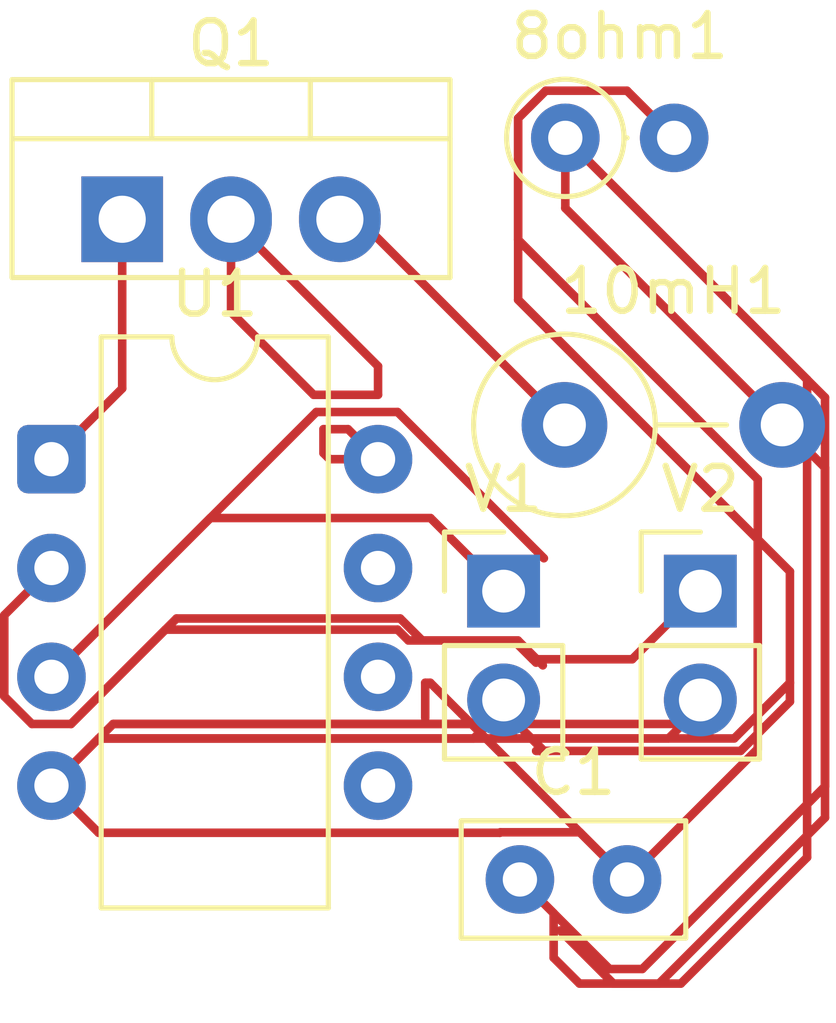
<source format=kicad_pcb>
(kicad_pcb (version 20241229) (generator "pcbnew") (generator_version "9.0")
  (layers (0 "F.Cu" signal) (2 "B.Cu" signal) (13 "F.Paste" user) (15 "B.Paste" user) (5 "F.SilkS" user "F.Silkscreen") (7 "B.SilkS" user "B.Silkscreen") (1 "F.Mask" user) (3 "B.Mask" user) (25 "Edge.Cuts" user))
  (net 0 "")
  (net 1 "GND")
  (net 2 "Net-(10mH1-Pad2)")
  (net 3 "Net-(Q1-S)")
  (net 4 "Net-(Q1-G)")
  (net 5 "+12V")
  (net 6 "Net-(U1A-+)")
  (net 7 "Net-(U1A--)")
  (footprint "Connector_PinHeader_2.54mm:PinHeader_1x02_P2.54mm_Vertical" (layer "F.Cu") (at 153.9135 101.8615)
    (property "Reference" "V1" (at 0 -2.38 0) (layer "F.SilkS"))
    (property "Value" "12")
    (fp_line (start -1.38 -1.38) (end 0 -1.38) (stroke (width 0.12)) (layer "F.SilkS"))
    (fp_line (start -1.38 0) (end -1.38 -1.38) (stroke (width 0.12)) (layer "F.SilkS"))
    (fp_line (start -1.38 1.27) (end -1.38 3.92) (stroke (width 0.12)) (layer "F.SilkS"))
    (fp_line (start -1.38 1.27) (end 1.38 1.27) (stroke (width 0.12)) (layer "F.SilkS"))
    (fp_line (start -1.38 3.92) (end 1.38 3.92) (stroke (width 0.12)) (layer "F.SilkS"))
    (fp_line (start 1.38 1.27) (end 1.38 3.92) (stroke (width 0.12)) (layer "F.SilkS"))
    (pad "1" thru_hole rect (at 0 0) (size 1.7 1.7) (drill 1) (layers "*.Cu" "*.Mask") (net 6 "Net-(U1A-+)"))
    (pad "2" thru_hole circle (at 0 2.54) (size 1.7 1.7) (drill 1) (layers "*.Cu" "*.Mask") (net 1 "GND"))
  )
  (footprint "Resistor_THT:R_Axial_DIN0207_L6.3mm_D2.5mm_P2.54mm_Vertical" (layer "F.Cu") (at 155.353 91.281)
    (property "Reference" "8ohm1" (at 1.27 -2.37 0) (layer "F.SilkS"))
    (property "Value" "R")
    (fp_line (start 1.37 0) (end 1.44 0) (stroke (width 0.12)) (layer "F.SilkS"))
    (fp_circle (center 0 0) (end 1.37 0) (stroke (width 0.12)) (fill no) (layer "F.SilkS"))
    (pad "1" thru_hole circle (at 0 0) (size 1.6 1.6) (drill 0.8) (layers "*.Cu" "*.Mask") (net 2 "Net-(10mH1-Pad2)"))
    (pad "2" thru_hole circle (at 2.54 0) (size 1.6 1.6) (drill 0.8) (layers "*.Cu" "*.Mask") (net 1 "GND"))
  )
  (footprint "Package_DIP:CERDIP-8_W7.62mm_SideBrazed" (layer "F.Cu") (at 143.363 98.781)
    (property "Reference" "U1" (at 3.81 -3.855 0) (layer "F.SilkS"))
    (property "Value" "LM358")
    (fp_line (start 1.16 -2.855) (end 1.16 10.475) (stroke (width 0.12)) (layer "F.SilkS"))
    (fp_line (start 1.16 10.475) (end 6.46 10.475) (stroke (width 0.12)) (layer "F.SilkS"))
    (fp_line (start 2.81 -2.855) (end 1.16 -2.855) (stroke (width 0.12)) (layer "F.SilkS"))
    (fp_line (start 6.46 -2.855) (end 4.81 -2.855) (stroke (width 0.12)) (layer "F.SilkS"))
    (fp_line (start 6.46 10.475) (end 6.46 -2.855) (stroke (width 0.12)) (layer "F.SilkS"))
    (fp_arc (start 4.81 -2.855) (mid 3.81 -1.855) (end 2.81 -2.855) (stroke (width 0.12)) (layer "F.SilkS"))
    (pad "1" thru_hole roundrect (at 0 0) (size 1.6 1.6) (drill 0.8) (layers "*.Cu" "*.Mask") (roundrect_rratio 0.15625) (net 4 "Net-(Q1-G)"))
    (pad "2" thru_hole circle (at 0 2.54) (size 1.6 1.6) (drill 0.8) (layers "*.Cu" "*.Mask") (net 7 "Net-(U1A--)"))
    (pad "3" thru_hole circle (at 0 5.08) (size 1.6 1.6) (drill 0.8) (layers "*.Cu" "*.Mask") (net 6 "Net-(U1A-+)"))
    (pad "4" thru_hole circle (at 0 7.62) (size 1.6 1.6) (drill 0.8) (layers "*.Cu" "*.Mask") (net 1 "GND"))
    (pad "5" thru_hole circle (at 7.62 7.62) (size 1.6 1.6) (drill 0.8) (layers "*.Cu" "*.Mask"))
    (pad "6" thru_hole circle (at 7.62 5.08) (size 1.6 1.6) (drill 0.8) (layers "*.Cu" "*.Mask"))
    (pad "7" thru_hole circle (at 7.62 2.54) (size 1.6 1.6) (drill 0.8) (layers "*.Cu" "*.Mask"))
    (pad "8" thru_hole circle (at 7.62 0) (size 1.6 1.6) (drill 0.8) (layers "*.Cu" "*.Mask") (net 5 "+12V"))
  )
  (footprint "Connector_PinHeader_2.54mm:PinHeader_1x02_P2.54mm_Vertical" (layer "F.Cu") (at 158.5035 101.8615)
    (property "Reference" "V2" (at 0 -2.38 0) (layer "F.SilkS"))
    (property "Value" "1")
    (fp_line (start -1.38 -1.38) (end 0 -1.38) (stroke (width 0.12)) (layer "F.SilkS"))
    (fp_line (start -1.38 0) (end -1.38 -1.38) (stroke (width 0.12)) (layer "F.SilkS"))
    (fp_line (start -1.38 1.27) (end -1.38 3.92) (stroke (width 0.12)) (layer "F.SilkS"))
    (fp_line (start -1.38 1.27) (end 1.38 1.27) (stroke (width 0.12)) (layer "F.SilkS"))
    (fp_line (start -1.38 3.92) (end 1.38 3.92) (stroke (width 0.12)) (layer "F.SilkS"))
    (fp_line (start 1.38 1.27) (end 1.38 3.92) (stroke (width 0.12)) (layer "F.SilkS"))
    (pad "1" thru_hole rect (at 0 0) (size 1.7 1.7) (drill 1) (layers "*.Cu" "*.Mask") (net 7 "Net-(U1A--)"))
    (pad "2" thru_hole circle (at 0 2.54) (size 1.7 1.7) (drill 1) (layers "*.Cu" "*.Mask") (net 1 "GND"))
  )
  (footprint "Capacitor_THT:C_Disc_D5.0mm_W2.5mm_P2.50mm" (layer "F.Cu") (at 154.2935 108.5915)
    (property "Reference" "C1" (at 1.25 -2.5 0) (layer "F.SilkS"))
    (property "Value" "C")
    (fp_line (start -1.37 -1.37) (end 3.87 -1.37) (stroke (width 0.12)) (layer "F.SilkS"))
    (fp_line (start -1.37 1.37) (end -1.37 -1.37) (stroke (width 0.12)) (layer "F.SilkS"))
    (fp_line (start 3.87 -1.37) (end 3.87 1.37) (stroke (width 0.12)) (layer "F.SilkS"))
    (fp_line (start 3.87 1.37) (end -1.37 1.37) (stroke (width 0.12)) (layer "F.SilkS"))
    (pad "1" thru_hole circle (at 0 0) (size 1.6 1.6) (drill 0.8) (layers "*.Cu" "*.Mask") (net 2 "Net-(10mH1-Pad2)"))
    (pad "2" thru_hole circle (at 2.5 0) (size 1.6 1.6) (drill 0.8) (layers "*.Cu" "*.Mask") (net 1 "GND"))
  )
  (footprint "Inductor_THT:L_Axial_L9.5mm_D4.0mm_P5.08mm_Vertical_Fastron_SMCC" (layer "F.Cu") (at 155.333 97.981)
    (property "Reference" "10mH1" (at 2.54 -3.12 0) (layer "F.SilkS"))
    (property "Value" "L")
    (fp_line (start 2.12 0) (end 3.78 0) (stroke (width 0.12)) (layer "F.SilkS"))
    (fp_circle (center 0 0) (end 2.12 0) (stroke (width 0.12)) (fill no) (layer "F.SilkS"))
    (pad "1" thru_hole circle (at 0 0) (size 2 2) (drill 1) (layers "*.Cu" "*.Mask") (net 3 "Net-(Q1-S)"))
    (pad "2" thru_hole circle (at 5.08 0) (size 2 2) (drill 1) (layers "*.Cu" "*.Mask") (net 2 "Net-(10mH1-Pad2)"))
  )
  (footprint "Package_TO_SOT_THT:TO-220-3_Vertical" (layer "F.Cu") (at 145.013 93.181)
    (property "Reference" "Q1" (at 2.54 -4.1 0) (layer "F.SilkS"))
    (property "Value" "Q_NMOS_GDS")
    (fp_line (start -2.57 -3.26) (end 7.65 -3.26) (stroke (width 0.12)) (layer "F.SilkS"))
    (fp_line (start -2.57 -1.88) (end 7.65 -1.88) (stroke (width 0.12)) (layer "F.SilkS"))
    (fp_line (start -2.57 1.36) (end -2.57 -3.26) (stroke (width 0.12)) (layer "F.SilkS"))
    (fp_line (start 0.69 -3.26) (end 0.69 -1.88) (stroke (width 0.12)) (layer "F.SilkS"))
    (fp_line (start 4.39 -3.26) (end 4.39 -1.88) (stroke (width 0.12)) (layer "F.SilkS"))
    (fp_line (start 7.65 -3.26) (end 7.65 1.36) (stroke (width 0.12)) (layer "F.SilkS"))
    (fp_line (start 7.65 1.36) (end -2.57 1.36) (stroke (width 0.12)) (layer "F.SilkS"))
    (pad "1" thru_hole rect (at 0 0) (size 1.905 2) (drill 1.1) (layers "*.Cu" "*.Mask") (net 4 "Net-(Q1-G)"))
    (pad "2" thru_hole oval (at 2.54 0) (size 1.905 2) (drill 1.1) (layers "*.Cu" "*.Mask") (net 5 "+12V"))
    (pad "3" thru_hole oval (at 5.08 0) (size 1.905 2) (drill 1.1) (layers "*.Cu" "*.Mask") (net 3 "Net-(Q1-S)"))
  )
  (segment (start 154.853 105.591) (end 154.224 104.962) (width 0.2) (layer "F.Cu") (net 1))
  (segment (start 154.909 105.591) (end 154.851 105.649) (width 0.2) (layer "F.Cu") (net 1))
  (segment (start 160.594 101.402108) (end 160.594 104) (width 0.2) (layer "F.Cu") (net 1))
  (segment (start 153.2165 105.3) (end 153.9135 104.603) (width 0.2) (layer "F.Cu") (net 1))
  (segment (start 154.853 105.591) (end 154.673 105.591) (width 0.2) (layer "F.Cu") (net 1))
  (segment (start 154.252 95.060108) (end 159.844 100.652108) (width 0.2) (layer "F.Cu") (net 1))
  (segment (start 159.844 105.541) (end 159.844 99.251892) (width 0.2) (layer "F.Cu") (net 1))
  (segment (start 154.562 105.3) (end 154.853 105.591) (width 0.2) (layer "F.Cu") (net 1))
  (segment (start 144.464 105.3) (end 153.2165 105.3) (width 0.2) (layer "F.Cu") (net 1))
  (segment (start 154.252 93.659892) (end 154.252 90.82495) (width 0.2) (layer "F.Cu") (net 1))
  (segment (start 154.252 90.82495) (end 154.89695 90.18) (width 0.2) (layer "F.Cu") (net 1))
  (segment (start 159.844 99.251892) (end 154.252 93.659892) (width 0.2) (layer "F.Cu") (net 1))
  (segment (start 158.0991 104.962) (end 144.802 104.962) (width 0.2) (layer "F.Cu") (net 1))
  (segment (start 156.7935 108.5915) (end 152.202 104) (width 0.2) (layer "F.Cu") (net 1))
  (segment (start 154.252 95.060108) (end 160.594 101.402108) (width 0.2) (layer "F.Cu") (net 1))
  (segment (start 144.464 105.3) (end 143.363 106.401) (width 0.2) (layer "F.Cu") (net 1))
  (segment (start 153.82595 107.502) (end 153.83745 107.4905) (width 0.2) (layer "F.Cu") (net 1))
  (segment (start 143.363 106.401) (end 144.464 107.502) (width 0.2) (layer "F.Cu") (net 1))
  (segment (start 143.363 106.401) (end 144.802 104.962) (width 0.2) (layer "F.Cu") (net 1))
  (segment (start 144.464 107.502) (end 153.82595 107.502) (width 0.2) (layer "F.Cu") (net 1))
  (segment (start 154.224 104.962) (end 144.802 104.962) (width 0.2) (layer "F.Cu") (net 1))
  (segment (start 157.7611 105.3) (end 158.0991 104.962) (width 0.2) (layer "F.Cu") (net 1))
  (segment (start 160.594 104) (end 160.594 104.44) (width 0.2) (layer "F.Cu") (net 1))
  (segment (start 154.252 90.82495) (end 154.252 95.060108) (width 0.2) (layer "F.Cu") (net 1))
  (segment (start 153.83745 107.4905) (end 155.6925 107.4905) (width 0.2) (layer "F.Cu") (net 1))
  (segment (start 154.89695 90.18) (end 156.792 90.18) (width 0.2) (layer "F.Cu") (net 1))
  (segment (start 155.6925 107.4905) (end 156.7935 108.5915) (width 0.2) (layer "F.Cu") (net 1))
  (segment (start 152.202 104) (end 152.084 104) (width 0.2) (layer "F.Cu") (net 1))
  (segment (start 159.294 105.3) (end 144.464 105.3) (width 0.2) (layer "F.Cu") (net 1))
  (segment (start 156.792 90.18) (end 157.893 91.281) (width 0.2) (layer "F.Cu") (net 1))
  (segment (start 160.594 104) (end 159.294 105.3) (width 0.2) (layer "F.Cu") (net 1))
  (segment (start 155 105.591) (end 154.909 105.591) (width 0.2) (layer "F.Cu") (net 1))
  (segment (start 160.594 104.44) (end 159.443 105.591) (width 0.2) (layer "F.Cu") (net 1))
  (segment (start 152.084 104.82495) (end 152.084 104) (width 0.2) (layer "F.Cu") (net 1))
  (segment (start 155 105.591) (end 154.853 105.591) (width 0.2) (layer "F.Cu") (net 1))
  (segment (start 154.793 105.591) (end 154.851 105.649) (width 0.2) (layer "F.Cu") (net 1))
  (segment (start 159.844 100.652108) (end 159.844 105.541) (width 0.2) (layer "F.Cu") (net 1))
  (segment (start 156.7935 108.5915) (end 159.844 105.541) (width 0.2) (layer "F.Cu") (net 1))
  (segment (start 154.673 105.591) (end 154.793 105.591) (width 0.2) (layer "F.Cu") (net 1))
  (segment (start 144.464 105.3) (end 154.562 105.3) (width 0.2) (layer "F.Cu") (net 1))
  (segment (start 144.464 105.3) (end 157.7611 105.3) (width 0.2) (layer "F.Cu") (net 1))
  (segment (start 159.443 105.591) (end 155 105.591) (width 0.2) (layer "F.Cu") (net 1))
  (segment (start 158.04905 111.022) (end 156.474 111.022) (width 0.2) (layer "F.Cu") (net 2))
  (segment (start 161.413 98.981) (end 161.413 107.14805) (width 0.2) (layer "F.Cu") (net 2))
  (segment (start 157.53905 111.022) (end 155.684 111.022) (width 0.2) (layer "F.Cu") (net 2))
  (segment (start 155.353 92.921) (end 160.413 97.981) (width 0.2) (layer "F.Cu") (net 2))
  (segment (start 160.995 96.923) (end 160.995 108.07605) (width 0.2) (layer "F.Cu") (net 2))
  (segment (start 160.413 97.981) (end 161.413 98.981) (width 0.2) (layer "F.Cu") (net 2))
  (segment (start 161.413 97.341) (end 161.413 106.4181) (width 0.2) (layer "F.Cu") (net 2))
  (segment (start 155.081 110.419) (end 155.081 109.379) (width 0.2) (layer "F.Cu") (net 2))
  (segment (start 160.995 108.07605) (end 158.04905 111.022) (width 0.2) (layer "F.Cu") (net 2))
  (segment (start 156.384 110.682) (end 154.2935 108.5915) (width 0.2) (layer "F.Cu") (net 2))
  (segment (start 155.353 91.281) (end 161.413 97.341) (width 0.2) (layer "F.Cu") (net 2))
  (segment (start 155.684 111.022) (end 155.081 110.419) (width 0.2) (layer "F.Cu") (net 2))
  (segment (start 155.081 109.379) (end 154.2935 108.5915) (width 0.2) (layer "F.Cu") (net 2))
  (segment (start 161.413 98.981) (end 161.413 106.4181) (width 0.2) (layer "F.Cu") (net 2))
  (segment (start 156.474 111.022) (end 155.233 109.781) (width 0.2) (layer "F.Cu") (net 2))
  (segment (start 161.413 107.14805) (end 157.53905 111.022) (width 0.2) (layer "F.Cu") (net 2))
  (segment (start 157.1491 110.682) (end 156.384 110.682) (width 0.2) (layer "F.Cu") (net 2))
  (segment (start 161.413 106.4181) (end 157.1491 110.682) (width 0.2) (layer "F.Cu") (net 2))
  (segment (start 155.353 91.281) (end 160.995 96.923) (width 0.2) (layer "F.Cu") (net 2))
  (segment (start 155.353 91.281) (end 155.353 92.921) (width 0.2) (layer "F.Cu") (net 2))
  (segment (start 150.533 93.181) (end 155.333 97.981) (width 0.2) (layer "F.Cu") (net 3))
  (segment (start 150.093 93.181) (end 150.533 93.181) (width 0.2) (layer "F.Cu") (net 3))
  (segment (start 145.013 97.131) (end 143.363 98.781) (width 0.2) (layer "F.Cu") (net 4))
  (segment (start 145.013 93.181) (end 145.013 97.131) (width 0.2) (layer "F.Cu") (net 4))
  (segment (start 150.983 98.781) (end 149.85163 98.781) (width 0.2) (layer "F.Cu") (net 5))
  (segment (start 147.553 95.351) (end 149.481 97.279) (width 0.2) (layer "F.Cu") (net 5))
  (segment (start 150.983 96.611) (end 150.983 97.279) (width 0.2) (layer "F.Cu") (net 5))
  (segment (start 149.7101 98.63947) (end 149.7101 98.081) (width 0.2) (layer "F.Cu") (net 5))
  (segment (start 147.553 93.181) (end 147.553 95.351) (width 0.2) (layer "F.Cu") (net 5))
  (segment (start 149.481 97.279) (end 150.983 97.279) (width 0.2) (layer "F.Cu") (net 5))
  (segment (start 150.983 98.781) (end 150.283 98.081) (width 0.2) (layer "F.Cu") (net 5))
  (segment (start 149.85163 98.781) (end 149.7101 98.63947) (width 0.2) (layer "F.Cu") (net 5))
  (segment (start 150.283 98.081) (end 149.7101 98.081) (width 0.2) (layer "F.Cu") (net 5))
  (segment (start 147.553 93.181) (end 150.983 96.611) (width 0.2) (layer "F.Cu") (net 5))
  (segment (start 151.43905 97.68) (end 154.853 101.09395) (width 0.2) (layer "F.Cu") (net 6))
  (segment (start 147.06955 100.15445) (end 143.363 103.861) (width 0.2) (layer "F.Cu") (net 6))
  (segment (start 149.544 97.68) (end 151.43905 97.68) (width 0.2) (layer "F.Cu") (net 6))
  (segment (start 143.363 103.861) (end 149.544 97.68) (width 0.2) (layer "F.Cu") (net 6))
  (segment (start 153.9135 101.8615) (end 152.20645 100.15445) (width 0.2) (layer "F.Cu") (net 6))
  (segment (start 152.20645 100.15445) (end 147.06955 100.15445) (width 0.2) (layer "F.Cu") (net 6))
  (segment (start 142.262 102.422) (end 143.363 101.321) (width 0.2) (layer "F.Cu") (net 7))
  (segment (start 151.69155 103.0125) (end 151.43905 102.76) (width 0.2) (layer "F.Cu") (net 7))
  (segment (start 151.5 102.5) (end 152.0125 103.0125) (width 0.2) (layer "F.Cu") (net 7))
  (segment (start 154.59176 103.452) (end 154.15226 103.0125) (width 0.2) (layer "F.Cu") (net 7))
  (segment (start 154.15226 103.0125) (end 151.69155 103.0125) (width 0.2) (layer "F.Cu") (net 7))
  (segment (start 142.262 104.31705) (end 142.262 102.422) (width 0.2) (layer "F.Cu") (net 7))
  (segment (start 143.81905 104.962) (end 146.28105 102.5) (width 0.2) (layer "F.Cu") (net 7))
  (segment (start 158.5035 101.8615) (end 156.913 103.452) (width 0.2) (layer "F.Cu") (net 7))
  (segment (start 146.28105 102.5) (end 151.5 102.5) (width 0.2) (layer "F.Cu") (net 7))
  (segment (start 154.2474 103.0125) (end 154.82852 103.59362) (width 0.2) (layer "F.Cu") (net 7))
  (segment (start 156.913 103.452) (end 154.59176 103.452) (width 0.2) (layer "F.Cu") (net 7))
  (segment (start 151.43905 102.76) (end 146.02105 102.76) (width 0.2) (layer "F.Cu") (net 7))
  (segment (start 154.67088 103.53112) (end 154.15226 103.0125) (width 0.2) (layer "F.Cu") (net 7))
  (segment (start 152.0125 103.0125) (end 154.2474 103.0125) (width 0.2) (layer "F.Cu") (net 7))
  (segment (start 146.02105 102.76) (end 143.81905 104.962) (width 0.2) (layer "F.Cu") (net 7))
  (segment (start 142.90695 104.962) (end 142.262 104.31705) (width 0.2) (layer "F.Cu") (net 7))
  (segment (start 143.81905 104.962) (end 142.90695 104.962) (width 0.2) (layer "F.Cu") (net 7))
)
</source>
